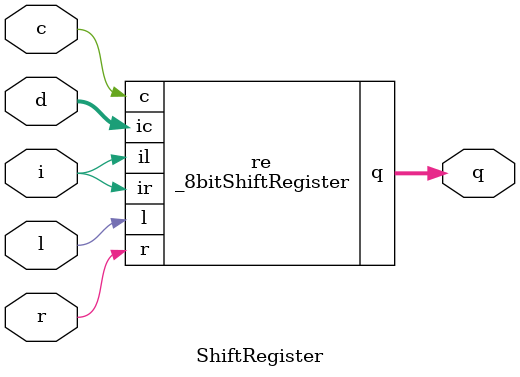
<source format=sv>
module Dswitch(input c,d,output q,nq);
  logic nr, ns;
  nand  gq(q, nr, nq), gnq(nq, ns, q),
  		gr(nr, d, c), gs(ns, nr, c);
endmodule

module DFF(input c,d,output q, nq);
  logic q1;
  Dswitch dl1(!c,d,q1, ,), dl2(c,q1,q, nq);
endmodule

module _1bitShiftRegister(input il,ic,ir,c,l,r, output q);
  logic en,lor,w;
  or(lor,r,l);
  and (en,lor,c);
  assign w = l ? ( r ? ic : il) : ir;
  DFF re(en,w,q,);
endmodule

module _2bitShiftRegister(input [1:0] ic,input il,ir,c,l,r, output [1:0]q);
  _1bitShiftRegister re0(q[1],ic[0],ir,c,l,r,q[0]);
  _1bitShiftRegister re1(il,ic[1],q[0],c,l,r,q[1]);
endmodule

module _4bitShiftRegister(input [3:0] ic,input il,ir,c,l,r, output [3:0]q);
  _2bitShiftRegister re0(ic[0+:2],q[2],ir,c,l,r,q[0+:2]);
  _2bitShiftRegister re1(ic[2+:2],il,q[1],c,l,r,q[2+:2]);
endmodule

module _8bitShiftRegister(input [7:0] ic,input il,ir,c,l,r, output [7:0]q);
  _4bitShiftRegister re0(ic[0+:4],q[4],ir,c,l,r,q[0+:4]);
  _4bitShiftRegister re1(ic[4+:4],il,q[3],c,l,r,q[4+:4]);
endmodule

module ShiftRegister(input [7:0]d,input i,c,l,r, output [7:0] q);
  _8bitShiftRegister re(d,i,i,c,l,r,q);
endmodule

</source>
